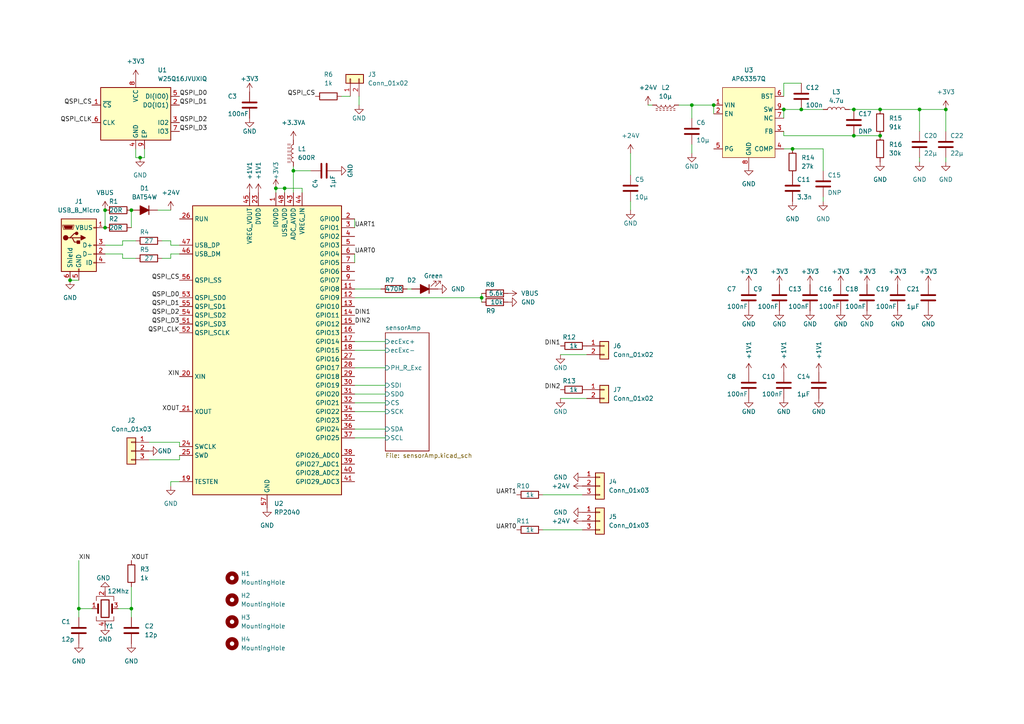
<source format=kicad_sch>
(kicad_sch (version 20211123) (generator eeschema)
  (paper "A4")
  (lib_symbols
    (symbol "Bergi:AP63357Q"
      (property "Reference" "U" (at -6.35 11.43 0))
      (property "Value" "AP63357Q" (at -2.54 8.89 0))
      (symbol "AP63357Q_0_1"
        (rectangle (start -7.62 7.62) (end 7.62 -12.7) (fill (type background)))
      )
      (symbol "AP63357Q_1_1"
        (pin unspecified line (at -10.16 2.54 0) (length 2.54) (name "VIN") (number "1"))
        (pin unspecified line (at -10.16 0 0) (length 2.54) (name "EN") (number "2"))
        (pin unspecified line (at 10.16 -5.08 180) (length 2.54) (name "FB") (number "3"))
        (pin unspecified line (at 10.16 -10.16 180) (length 2.54) (name "COMP") (number "4"))
        (pin unspecified line (at -10.16 -10.16 0) (length 2.54) (name "PG") (number "5"))
        (pin unspecified line (at 10.16 5.08 180) (length 2.54) (name "BST") (number "6"))
        (pin unspecified line (at 10.16 -1.27 180) (length 2.54) (name "NC") (number "7"))
        (pin unspecified line (at 0 -15.24 90) (length 2.54) (name "GND") (number "8"))
        (pin unspecified line (at 10.16 1.27 180) (length 2.54) (name "SW") (number "9"))
      )
    )
    (symbol "Bergi:W25Q16JVUXIQ"
      (property "Reference" "U" (at -8.89 8.89 0))
      (property "Value" "W25Q16JVUXIQ" (at 7.62 8.89 0))
      (symbol "W25Q16JVUXIQ_0_1"
        (rectangle (start -10.16 7.62) (end 10.16 -7.62) (stroke (width 0.254)) (fill (type background)))
      )
      (symbol "W25Q16JVUXIQ_1_1"
        (pin input line (at -12.7 2.54 0) (length 2.54) (name "~{CS}") (number "1"))
        (pin bidirectional line (at 12.7 2.54 180) (length 2.54) (name "DO(IO1)") (number "2"))
        (pin bidirectional line (at 12.7 -2.54 180) (length 2.54) (name "IO2") (number "3"))
        (pin power_in line (at 0 -10.16 90) (length 2.54) (name "GND") (number "4"))
        (pin bidirectional line (at 12.7 5.08 180) (length 2.54) (name "DI(IO0)") (number "5"))
        (pin input line (at -12.7 -2.54 0) (length 2.54) (name "CLK") (number "6"))
        (pin bidirectional line (at 12.7 -5.08 180) (length 2.54) (name "IO3") (number "7"))
        (pin power_in line (at 0 10.16 270) (length 2.54) (name "VCC") (number "8"))
        (pin passive line (at 2.54 -10.16 90) (length 2.54) (name "EP") (number "9"))
      )
    )
    (symbol "Connector:USB_B_Micro" (pin_names (offset 1.016))
      (property "Reference" "J" (at -5.08 11.43 0))
      (property "Value" "USB_B_Micro" (at -5.08 8.89 0))
      (symbol "USB_B_Micro_0_1"
        (rectangle (start -5.08 -7.62) (end 5.08 7.62) (stroke (width 0.254)) (fill (type background)))
        (circle (center -3.81 2.159) (radius 0.635) (stroke (width 0.254)) (fill (type outline)))
        (circle (center -0.635 3.429) (radius 0.381) (stroke (width 0.254)) (fill (type outline)))
        (rectangle (start -0.127 -7.62) (end 0.127 -6.858))
        (polyline (pts (xy -1.905 2.159) (xy 0.635 2.159)) (stroke (width 0.254)))
        (polyline (pts (xy -3.175 2.159) (xy -2.54 2.159) (xy -1.27 3.429) (xy -0.635 3.429)) (stroke (width 0.254)))
        (polyline (pts (xy -2.54 2.159) (xy -1.905 2.159) (xy -1.27 0.889) (xy 0 0.889)) (stroke (width 0.254)))
        (polyline (pts (xy 0.635 2.794) (xy 0.635 1.524) (xy 1.905 2.159) (xy 0.635 2.794)) (stroke (width 0.254)) (fill (type outline)))
        (polyline (pts (xy -4.318 5.588) (xy -1.778 5.588) (xy -2.032 4.826) (xy -4.064 4.826) (xy -4.318 5.588)) (fill (type outline)))
        (polyline (pts (xy -4.699 5.842) (xy -4.699 5.588) (xy -4.445 4.826) (xy -4.445 4.572) (xy -1.651 4.572) (xy -1.651 4.826) (xy -1.397 5.588) (xy -1.397 5.842) (xy -4.699 5.842)))
        (rectangle (start 0.254 1.27) (end -0.508 0.508) (stroke (width 0.254)) (fill (type outline)))
        (rectangle (start 5.08 -5.207) (end 4.318 -4.953))
        (rectangle (start 5.08 -2.667) (end 4.318 -2.413))
        (rectangle (start 5.08 -0.127) (end 4.318 0.127))
        (rectangle (start 5.08 4.953) (end 4.318 5.207))
      )
      (symbol "USB_B_Micro_1_1"
        (pin power_out line (at 7.62 5.08 180) (length 2.54) (name "VBUS") (number "1"))
        (pin bidirectional line (at 7.62 -2.54 180) (length 2.54) (name "D-") (number "2"))
        (pin bidirectional line (at 7.62 0 180) (length 2.54) (name "D+") (number "3"))
        (pin passive line (at 7.62 -5.08 180) (length 2.54) (name "ID") (number "4"))
        (pin power_out line (at 0 -10.16 90) (length 2.54) (name "GND") (number "5"))
        (pin passive line (at -2.54 -10.16 90) (length 2.54) (name "Shield") (number "6"))
      )
    )
    (symbol "Connector_Generic:Conn_01x02" (pin_names (offset 1.016) hide)
      (property "Reference" "J" (at 0 2.54 0))
      (property "Value" "Conn_01x02" (at 0 -5.08 0))
      (symbol "Conn_01x02_1_1"
        (rectangle (start -1.27 -2.413) (end 0 -2.667) (stroke (width 0.1524)))
        (rectangle (start -1.27 0.127) (end 0 -0.127) (stroke (width 0.1524)))
        (rectangle (start -1.27 1.27) (end 1.27 -3.81) (stroke (width 0.254)) (fill (type background)))
        (pin passive line (at -5.08 0 0) (length 3.81) (name "Pin_1") (number "1"))
        (pin passive line (at -5.08 -2.54 0) (length 3.81) (name "Pin_2") (number "2"))
      )
    )
    (symbol "Connector_Generic:Conn_01x03" (pin_names (offset 1.016) hide)
      (property "Reference" "J" (at 0 5.08 0))
      (property "Value" "Conn_01x03" (at 0 -5.08 0))
      (symbol "Conn_01x03_1_1"
        (rectangle (start -1.27 -2.413) (end 0 -2.667) (stroke (width 0.1524)))
        (rectangle (start -1.27 0.127) (end 0 -0.127) (stroke (width 0.1524)))
        (rectangle (start -1.27 2.667) (end 0 2.413) (stroke (width 0.1524)))
        (rectangle (start -1.27 3.81) (end 1.27 -3.81) (stroke (width 0.254)) (fill (type background)))
        (pin passive line (at -5.08 2.54 0) (length 3.81) (name "Pin_1") (number "1"))
        (pin passive line (at -5.08 0 0) (length 3.81) (name "Pin_2") (number "2"))
        (pin passive line (at -5.08 -2.54 0) (length 3.81) (name "Pin_3") (number "3"))
      )
    )
    (symbol "Device:C" (pin_numbers hide) (pin_names (offset 0.254))
      (property "Reference" "C" (at 0.635 2.54 0))
      (property "Value" "C" (at 0.635 -2.54 0))
      (symbol "C_0_1"
        (polyline (pts (xy -2.032 -0.762) (xy 2.032 -0.762)) (stroke (width 0.508)))
        (polyline (pts (xy -2.032 0.762) (xy 2.032 0.762)) (stroke (width 0.508)))
      )
      (symbol "C_1_1"
        (pin passive line (at 0 3.81 270) (length 2.794) (name "~") (number "1"))
        (pin passive line (at 0 -3.81 90) (length 2.794) (name "~") (number "2"))
      )
    )
    (symbol "Device:Crystal_GND24" (pin_names (offset 1.016) hide)
      (property "Reference" "Y" (at 3.175 5.08 0))
      (property "Value" "Crystal_GND24" (at 3.175 3.175 0))
      (symbol "Crystal_GND24_0_1"
        (rectangle (start -1.143 2.54) (end 1.143 -2.54) (stroke (width 0.3048)))
        (polyline (pts (xy -2.54 0) (xy -2.032 0)))
        (polyline (pts (xy -2.032 -1.27) (xy -2.032 1.27)) (stroke (width 0.508)))
        (polyline (pts (xy 0 -3.81) (xy 0 -3.556)))
        (polyline (pts (xy 0 3.556) (xy 0 3.81)))
        (polyline (pts (xy 2.032 -1.27) (xy 2.032 1.27)) (stroke (width 0.508)))
        (polyline (pts (xy 2.032 0) (xy 2.54 0)))
        (polyline (pts (xy -2.54 -2.286) (xy -2.54 -3.556) (xy 2.54 -3.556) (xy 2.54 -2.286)))
        (polyline (pts (xy -2.54 2.286) (xy -2.54 3.556) (xy 2.54 3.556) (xy 2.54 2.286)))
      )
      (symbol "Crystal_GND24_1_1"
        (pin passive line (at -3.81 0 0) (length 1.27) (name "1") (number "1"))
        (pin passive line (at 0 5.08 270) (length 1.27) (name "2") (number "2"))
        (pin passive line (at 3.81 0 180) (length 1.27) (name "3") (number "3"))
        (pin passive line (at 0 -5.08 90) (length 1.27) (name "4") (number "4"))
      )
    )
    (symbol "Device:D_Filled" (pin_numbers hide) (pin_names (offset 1.016) hide)
      (property "Reference" "D" (at 0 2.54 0))
      (property "Value" "D_Filled" (at 0 -2.54 0))
      (symbol "D_Filled_0_1"
        (polyline (pts (xy -1.27 1.27) (xy -1.27 -1.27)) (stroke (width 0.254)))
        (polyline (pts (xy 1.27 0) (xy -1.27 0)))
        (polyline (pts (xy 1.27 1.27) (xy 1.27 -1.27) (xy -1.27 0) (xy 1.27 1.27)) (stroke (width 0.254)) (fill (type outline)))
      )
      (symbol "D_Filled_1_1"
        (pin passive line (at -3.81 0 0) (length 2.54) (name "K") (number "1"))
        (pin passive line (at 3.81 0 180) (length 2.54) (name "A") (number "2"))
      )
    )
    (symbol "Device:L" (pin_numbers hide) (pin_names (offset 1.016) hide)
      (property "Reference" "L" (at -1.27 0 90))
      (property "Value" "L" (at 1.905 0 90))
      (symbol "L_0_1"
        (arc (start 0 -2.54) (mid 0.635 -1.905) (end 0 -1.27))
        (arc (start 0 -1.27) (mid 0.635 -0.635) (end 0 0))
        (arc (start 0 0) (mid 0.635 0.635) (end 0 1.27))
        (arc (start 0 1.27) (mid 0.635 1.905) (end 0 2.54))
      )
      (symbol "L_1_1"
        (pin passive line (at 0 3.81 270) (length 1.27) (name "1") (number "1"))
        (pin passive line (at 0 -3.81 90) (length 1.27) (name "2") (number "2"))
      )
    )
    (symbol "Device:LED_Filled" (pin_numbers hide) (pin_names (offset 1.016) hide)
      (property "Reference" "D" (at 0 2.54 0))
      (property "Value" "LED_Filled" (at 0 -2.54 0))
      (symbol "LED_Filled_0_1"
        (polyline (pts (xy -1.27 -1.27) (xy -1.27 1.27)) (stroke (width 0.254)))
        (polyline (pts (xy -1.27 0) (xy 1.27 0)))
        (polyline (pts (xy 1.27 -1.27) (xy 1.27 1.27) (xy -1.27 0) (xy 1.27 -1.27)) (stroke (width 0.254)) (fill (type outline)))
        (polyline (pts (xy -3.048 -0.762) (xy -4.572 -2.286) (xy -3.81 -2.286) (xy -4.572 -2.286) (xy -4.572 -1.524)))
        (polyline (pts (xy -1.778 -0.762) (xy -3.302 -2.286) (xy -2.54 -2.286) (xy -3.302 -2.286) (xy -3.302 -1.524)))
      )
      (symbol "LED_Filled_1_1"
        (pin passive line (at -3.81 0 0) (length 2.54) (name "K") (number "1"))
        (pin passive line (at 3.81 0 180) (length 2.54) (name "A") (number "2"))
      )
    )
    (symbol "Device:L_Ferrite" (pin_numbers hide) (pin_names (offset 1.016) hide)
      (property "Reference" "L" (at -1.27 0 90))
      (property "Value" "L_Ferrite" (at 2.794 0 90))
      (symbol "L_Ferrite_0_1"
        (arc (start 0 -2.54) (mid 0.635 -1.905) (end 0 -1.27))
        (arc (start 0 -1.27) (mid 0.635 -0.635) (end 0 0))
        (polyline (pts (xy 1.016 -2.794) (xy 1.016 -2.286)))
        (polyline (pts (xy 1.016 -1.778) (xy 1.016 -1.27)))
        (polyline (pts (xy 1.016 -0.762) (xy 1.016 -0.254)))
        (polyline (pts (xy 1.016 0.254) (xy 1.016 0.762)))
        (polyline (pts (xy 1.016 1.27) (xy 1.016 1.778)))
        (polyline (pts (xy 1.016 2.286) (xy 1.016 2.794)))
        (polyline (pts (xy 1.524 -2.286) (xy 1.524 -2.794)))
        (polyline (pts (xy 1.524 -1.27) (xy 1.524 -1.778)))
        (polyline (pts (xy 1.524 -0.254) (xy 1.524 -0.762)))
        (polyline (pts (xy 1.524 0.762) (xy 1.524 0.254)))
        (polyline (pts (xy 1.524 1.778) (xy 1.524 1.27)))
        (polyline (pts (xy 1.524 2.794) (xy 1.524 2.286)))
        (arc (start 0 0) (mid 0.635 0.635) (end 0 1.27))
        (arc (start 0 1.27) (mid 0.635 1.905) (end 0 2.54))
      )
      (symbol "L_Ferrite_1_1"
        (pin passive line (at 0 3.81 270) (length 1.27) (name "1") (number "1"))
        (pin passive line (at 0 -3.81 90) (length 1.27) (name "2") (number "2"))
      )
    )
    (symbol "Device:R" (pin_numbers hide) (pin_names (offset 0))
      (property "Reference" "R" (at 2.032 0 90))
      (property "Value" "R" (at 0 0 90))
      (symbol "R_0_1"
        (rectangle (start -1.016 -2.54) (end 1.016 2.54) (stroke (width 0.254)))
      )
      (symbol "R_1_1"
        (pin passive line (at 0 3.81 270) (length 1.27) (name "~") (number "1"))
        (pin passive line (at 0 -3.81 90) (length 1.27) (name "~") (number "2"))
      )
    )
    (symbol "MCU_RaspberryPi:RP2040"
      (property "Reference" "U" (at 17.78 45.72 0))
      (property "Value" "RP2040" (at 17.78 43.18 0))
      (symbol "RP2040_0_1"
        (rectangle (start -21.59 41.91) (end 21.59 -41.91) (stroke (width 0.254)) (fill (type background)))
      )
      (symbol "RP2040_1_1"
        (pin power_in line (at 2.54 45.72 270) (length 3.81) (name "IOVDD") (number "1"))
        (pin passive line (at 2.54 45.72 270) (length 3.81) hide (name "IOVDD") (number "10"))
        (pin bidirectional line (at 25.4 17.78 180) (length 3.81) (name "GPIO8") (number "11"))
        (pin bidirectional line (at 25.4 15.24 180) (length 3.81) (name "GPIO9") (number "12"))
        (pin bidirectional line (at 25.4 12.7 180) (length 3.81) (name "GPIO10") (number "13"))
        (pin bidirectional line (at 25.4 10.16 180) (length 3.81) (name "GPIO11") (number "14"))
        (pin bidirectional line (at 25.4 7.62 180) (length 3.81) (name "GPIO12") (number "15"))
        (pin bidirectional line (at 25.4 5.08 180) (length 3.81) (name "GPIO13") (number "16"))
        (pin bidirectional line (at 25.4 2.54 180) (length 3.81) (name "GPIO14") (number "17"))
        (pin bidirectional line (at 25.4 0 180) (length 3.81) (name "GPIO15") (number "18"))
        (pin input line (at -25.4 -38.1 0) (length 3.81) (name "TESTEN") (number "19"))
        (pin bidirectional line (at 25.4 38.1 180) (length 3.81) (name "GPIO0") (number "2"))
        (pin input line (at -25.4 -7.62 0) (length 3.81) (name "XIN") (number "20"))
        (pin passive line (at -25.4 -17.78 0) (length 3.81) (name "XOUT") (number "21"))
        (pin passive line (at 2.54 45.72 270) (length 3.81) hide (name "IOVDD") (number "22"))
        (pin power_in line (at -2.54 45.72 270) (length 3.81) (name "DVDD") (number "23"))
        (pin output line (at -25.4 -27.94 0) (length 3.81) (name "SWCLK") (number "24"))
        (pin bidirectional line (at -25.4 -30.48 0) (length 3.81) (name "SWD") (number "25"))
        (pin input line (at -25.4 38.1 0) (length 3.81) (name "RUN") (number "26"))
        (pin bidirectional line (at 25.4 -2.54 180) (length 3.81) (name "GPIO16") (number "27"))
        (pin bidirectional line (at 25.4 -5.08 180) (length 3.81) (name "GPIO17") (number "28"))
        (pin bidirectional line (at 25.4 -7.62 180) (length 3.81) (name "GPIO18") (number "29"))
        (pin bidirectional line (at 25.4 35.56 180) (length 3.81) (name "GPIO1") (number "3"))
        (pin bidirectional line (at 25.4 -10.16 180) (length 3.81) (name "GPIO19") (number "30"))
        (pin bidirectional line (at 25.4 -12.7 180) (length 3.81) (name "GPIO20") (number "31"))
        (pin bidirectional line (at 25.4 -15.24 180) (length 3.81) (name "GPIO21") (number "32"))
        (pin passive line (at 2.54 45.72 270) (length 3.81) hide (name "IOVDD") (number "33"))
        (pin bidirectional line (at 25.4 -17.78 180) (length 3.81) (name "GPIO22") (number "34"))
        (pin bidirectional line (at 25.4 -20.32 180) (length 3.81) (name "GPIO23") (number "35"))
        (pin bidirectional line (at 25.4 -22.86 180) (length 3.81) (name "GPIO24") (number "36"))
        (pin bidirectional line (at 25.4 -25.4 180) (length 3.81) (name "GPIO25") (number "37"))
        (pin bidirectional line (at 25.4 -30.48 180) (length 3.81) (name "GPIO26_ADC0") (number "38"))
        (pin bidirectional line (at 25.4 -33.02 180) (length 3.81) (name "GPIO27_ADC1") (number "39"))
        (pin bidirectional line (at 25.4 33.02 180) (length 3.81) (name "GPIO2") (number "4"))
        (pin bidirectional line (at 25.4 -35.56 180) (length 3.81) (name "GPIO28_ADC2") (number "40"))
        (pin bidirectional line (at 25.4 -38.1 180) (length 3.81) (name "GPIO29_ADC3") (number "41"))
        (pin passive line (at 2.54 45.72 270) (length 3.81) hide (name "IOVDD") (number "42"))
        (pin power_in line (at 7.62 45.72 270) (length 3.81) (name "ADC_AVDD") (number "43"))
        (pin power_in line (at 10.16 45.72 270) (length 3.81) (name "VREG_IN") (number "44"))
        (pin power_out line (at -5.08 45.72 270) (length 3.81) (name "VREG_VOUT") (number "45"))
        (pin bidirectional line (at -25.4 27.94 0) (length 3.81) (name "USB_DM") (number "46"))
        (pin bidirectional line (at -25.4 30.48 0) (length 3.81) (name "USB_DP") (number "47"))
        (pin power_in line (at 5.08 45.72 270) (length 3.81) (name "USB_VDD") (number "48"))
        (pin passive line (at 2.54 45.72 270) (length 3.81) hide (name "IOVDD") (number "49"))
        (pin bidirectional line (at 25.4 30.48 180) (length 3.81) (name "GPIO3") (number "5"))
        (pin passive line (at -2.54 45.72 270) (length 3.81) hide (name "DVDD") (number "50"))
        (pin bidirectional line (at -25.4 7.62 0) (length 3.81) (name "QSPI_SD3") (number "51"))
        (pin output line (at -25.4 5.08 0) (length 3.81) (name "QSPI_SCLK") (number "52"))
        (pin bidirectional line (at -25.4 15.24 0) (length 3.81) (name "QSPI_SD0") (number "53"))
        (pin bidirectional line (at -25.4 10.16 0) (length 3.81) (name "QSPI_SD2") (number "54"))
        (pin bidirectional line (at -25.4 12.7 0) (length 3.81) (name "QSPI_SD1") (number "55"))
        (pin bidirectional line (at -25.4 20.32 0) (length 3.81) (name "QSPI_SS") (number "56"))
        (pin power_in line (at 0 -45.72 90) (length 3.81) (name "GND") (number "57"))
        (pin bidirectional line (at 25.4 27.94 180) (length 3.81) (name "GPIO4") (number "6"))
        (pin bidirectional line (at 25.4 25.4 180) (length 3.81) (name "GPIO5") (number "7"))
        (pin bidirectional line (at 25.4 22.86 180) (length 3.81) (name "GPIO6") (number "8"))
        (pin bidirectional line (at 25.4 20.32 180) (length 3.81) (name "GPIO7") (number "9"))
      )
    )
    (symbol "Mechanical:MountingHole" (pin_names (offset 1.016))
      (property "Reference" "H" (at 0 5.08 0))
      (property "Value" "MountingHole" (at 0 3.175 0))
      (symbol "MountingHole_0_1"
        (circle (center 0 0) (radius 1.27) (stroke (width 1.27)))
      )
    )
    (symbol "power:+1V1" (power) (pin_names (offset 0))
      (property "Value" "+1V1" (at 0 3.556 0))
      (symbol "+1V1_0_1"
        (polyline (pts (xy -0.762 1.27) (xy 0 2.54)))
        (polyline (pts (xy 0 0) (xy 0 2.54)))
        (polyline (pts (xy 0 2.54) (xy 0.762 1.27)))
      )
      (symbol "+1V1_1_1"
        (pin power_in line (at 0 0 90) (length 0) hide (name "+1V1") (number "1"))
      )
    )
    (symbol "power:+24V" (power) (pin_names (offset 0))
      (property "Value" "+24V" (at 0 3.556 0))
      (symbol "+24V_0_1"
        (polyline (pts (xy -0.762 1.27) (xy 0 2.54)))
        (polyline (pts (xy 0 0) (xy 0 2.54)))
        (polyline (pts (xy 0 2.54) (xy 0.762 1.27)))
      )
      (symbol "+24V_1_1"
        (pin power_in line (at 0 0 90) (length 0) hide (name "+24V") (number "1"))
      )
    )
    (symbol "power:+3.3VA" (power) (pin_names (offset 0))
      (property "Value" "+3.3VA" (at 0 3.556 0))
      (symbol "+3.3VA_0_1"
        (polyline (pts (xy -0.762 1.27) (xy 0 2.54)))
        (polyline (pts (xy 0 0) (xy 0 2.54)))
        (polyline (pts (xy 0 2.54) (xy 0.762 1.27)))
      )
      (symbol "+3.3VA_1_1"
        (pin power_in line (at 0 0 90) (length 0) hide (name "+3.3VA") (number "1"))
      )
    )
    (symbol "power:+3V3" (power) (pin_names (offset 0))
      (property "Value" "+3V3" (at 0 3.556 0))
      (symbol "+3V3_0_1"
        (polyline (pts (xy -0.762 1.27) (xy 0 2.54)))
        (polyline (pts (xy 0 0) (xy 0 2.54)))
        (polyline (pts (xy 0 2.54) (xy 0.762 1.27)))
      )
      (symbol "+3V3_1_1"
        (pin power_in line (at 0 0 90) (length 0) hide (name "+3V3") (number "1"))
      )
    )
    (symbol "power:GND" (power) (pin_names (offset 0))
      (property "Value" "GND" (at 0 -3.81 0))
      (symbol "GND_0_1"
        (polyline (pts (xy 0 0) (xy 0 -1.27) (xy 1.27 -1.27) (xy 0 -2.54) (xy -1.27 -1.27) (xy 0 -1.27)))
      )
      (symbol "GND_1_1"
        (pin power_in line (at 0 0 270) (length 0) hide (name "GND") (number "1"))
      )
    )
    (symbol "power:VBUS" (power) (pin_names (offset 0))
      (property "Value" "VBUS" (at 0 3.81 0))
      (symbol "VBUS_0_1"
        (polyline (pts (xy -0.762 1.27) (xy 0 2.54)))
        (polyline (pts (xy 0 0) (xy 0 2.54)))
        (polyline (pts (xy 0 2.54) (xy 0.762 1.27)))
      )
      (symbol "VBUS_1_1"
        (pin power_in line (at 0 0 90) (length 0) hide (name "VBUS") (number "1"))
      )
    )
  )
  (junction (at 255.27 39.37))
  (junction (at 227.33 31.75))
  (junction (at 85.09 49.53))
  (junction (at 207.01 30.48))
  (junction (at 22.86 176.53))
  (junction (at 139.7 86.36))
  (junction (at 266.7 31.75))
  (junction (at 229.87 43.18))
  (junction (at 40.64 45.72))
  (junction (at 80.01 54.61))
  (junction (at 200.66 30.48))
  (junction (at 38.1 60.96))
  (junction (at 255.27 31.75))
  (junction (at 20.32 81.28))
  (junction (at 247.65 39.37))
  (junction (at 274.32 31.75))
  (junction (at 232.41 31.75))
  (junction (at 30.48 66.04))
  (junction (at 82.55 54.61))
  (junction (at 38.1 176.53))
  (junction (at 30.48 60.96))
  (junction (at 247.65 31.75))
  (wire (pts (xy 247.65 39.37) (xy 255.27 39.37)))
  (wire (pts (xy 238.76 43.18) (xy 229.87 43.18)))
  (wire (pts (xy 34.29 176.53) (xy 38.1 176.53)))
  (wire (pts (xy 238.76 58.42) (xy 238.76 57.15)))
  (wire (pts (xy 46.99 74.93) (xy 49.53 74.93)))
  (wire (pts (xy 102.87 114.3) (xy 111.76 114.3)))
  (wire (pts (xy 102.87 99.06) (xy 111.76 99.06)))
  (wire (pts (xy 35.56 69.85) (xy 35.56 71.12)))
  (wire (pts (xy 274.32 31.75) (xy 266.7 31.75)))
  (wire (pts (xy 157.48 153.67) (xy 168.91 153.67)))
  (wire (pts (xy 102.87 127) (xy 111.76 127)))
  (wire (pts (xy 49.53 140.97) (xy 49.53 139.7)))
  (wire (pts (xy 266.7 31.75) (xy 266.7 38.1)))
  (wire (pts (xy 38.1 60.96) (xy 38.1 66.04)))
  (wire (pts (xy 139.7 85.09) (xy 139.7 86.36)))
  (wire (pts (xy 82.55 54.61) (xy 82.55 55.88)))
  (wire (pts (xy 80.01 54.61) (xy 82.55 54.61)))
  (wire (pts (xy 102.87 86.36) (xy 139.7 86.36)))
  (wire (pts (xy 139.7 86.36) (xy 139.7 87.63)))
  (wire (pts (xy 85.09 49.53) (xy 90.17 49.53)))
  (wire (pts (xy 43.18 133.35) (xy 52.07 133.35)))
  (wire (pts (xy 102.87 111.76) (xy 111.76 111.76)))
  (wire (pts (xy 49.53 73.66) (xy 52.07 73.66)))
  (wire (pts (xy 200.66 44.45) (xy 200.66 41.91)))
  (wire (pts (xy 49.53 74.93) (xy 49.53 73.66)))
  (wire (pts (xy 232.41 31.75) (xy 238.76 31.75)))
  (wire (pts (xy 187.96 30.48) (xy 189.23 30.48)))
  (wire (pts (xy 35.56 74.93) (xy 39.37 74.93)))
  (wire (pts (xy 22.86 162.56) (xy 22.86 176.53)))
  (wire (pts (xy 102.87 116.84) (xy 111.76 116.84)))
  (wire (pts (xy 247.65 31.75) (xy 255.27 31.75)))
  (wire (pts (xy 227.33 27.94) (xy 227.33 24.13)))
  (wire (pts (xy 52.07 71.12) (xy 49.53 71.12)))
  (wire (pts (xy 200.66 34.29) (xy 200.66 30.48)))
  (wire (pts (xy 49.53 71.12) (xy 49.53 69.85)))
  (wire (pts (xy 41.91 45.72) (xy 41.91 43.18)))
  (wire (pts (xy 52.07 133.35) (xy 52.07 132.08)))
  (wire (pts (xy 102.87 83.82) (xy 110.49 83.82)))
  (wire (pts (xy 182.88 60.96) (xy 182.88 58.42)))
  (wire (pts (xy 35.56 73.66) (xy 35.56 74.93)))
  (wire (pts (xy 85.09 48.26) (xy 85.09 49.53)))
  (wire (pts (xy 82.55 54.61) (xy 87.63 54.61)))
  (wire (pts (xy 87.63 54.61) (xy 87.63 55.88)))
  (wire (pts (xy 80.01 54.61) (xy 80.01 55.88)))
  (wire (pts (xy 52.07 128.27) (xy 43.18 128.27)))
  (wire (pts (xy 227.33 38.1) (xy 227.33 39.37)))
  (wire (pts (xy 45.72 60.96) (xy 49.53 60.96)))
  (wire (pts (xy 20.32 81.28) (xy 22.86 81.28)))
  (wire (pts (xy 227.33 24.13) (xy 232.41 24.13)))
  (wire (pts (xy 40.64 45.72) (xy 41.91 45.72)))
  (wire (pts (xy 229.87 43.18) (xy 227.33 43.18)))
  (wire (pts (xy 39.37 45.72) (xy 40.64 45.72)))
  (wire (pts (xy 274.32 38.1) (xy 274.32 31.75)))
  (wire (pts (xy 104.14 27.94) (xy 104.14 30.48)))
  (wire (pts (xy 157.48 143.51) (xy 168.91 143.51)))
  (wire (pts (xy 102.87 73.66) (xy 102.87 76.2)))
  (wire (pts (xy 52.07 129.54) (xy 52.07 128.27)))
  (wire (pts (xy 30.48 66.04) (xy 30.48 60.96)))
  (wire (pts (xy 38.1 176.53) (xy 38.1 179.07)))
  (wire (pts (xy 49.53 69.85) (xy 46.99 69.85)))
  (wire (pts (xy 35.56 71.12) (xy 30.48 71.12)))
  (wire (pts (xy 227.33 31.75) (xy 232.41 31.75)))
  (wire (pts (xy 182.88 44.45) (xy 182.88 50.8)))
  (wire (pts (xy 85.09 49.53) (xy 85.09 55.88)))
  (wire (pts (xy 162.56 102.87) (xy 170.18 102.87)))
  (wire (pts (xy 102.87 124.46) (xy 111.76 124.46)))
  (wire (pts (xy 38.1 170.18) (xy 38.1 176.53)))
  (wire (pts (xy 102.87 106.68) (xy 111.76 106.68)))
  (wire (pts (xy 238.76 49.53) (xy 238.76 43.18)))
  (wire (pts (xy 227.33 34.29) (xy 227.33 31.75)))
  (wire (pts (xy 102.87 101.6) (xy 111.76 101.6)))
  (wire (pts (xy 30.48 73.66) (xy 35.56 73.66)))
  (wire (pts (xy 227.33 39.37) (xy 247.65 39.37)))
  (wire (pts (xy 207.01 30.48) (xy 207.01 33.02)))
  (wire (pts (xy 255.27 31.75) (xy 266.7 31.75)))
  (wire (pts (xy 200.66 30.48) (xy 207.01 30.48)))
  (wire (pts (xy 266.7 46.99) (xy 266.7 45.72)))
  (wire (pts (xy 118.11 83.82) (xy 119.38 83.82)))
  (wire (pts (xy 102.87 119.38) (xy 111.76 119.38)))
  (wire (pts (xy 246.38 31.75) (xy 247.65 31.75)))
  (wire (pts (xy 102.87 63.5) (xy 102.87 66.04)))
  (wire (pts (xy 22.86 179.07) (xy 22.86 176.53)))
  (wire (pts (xy 274.32 46.99) (xy 274.32 45.72)))
  (wire (pts (xy 196.85 30.48) (xy 200.66 30.48)))
  (wire (pts (xy 99.06 27.94) (xy 101.6 27.94)))
  (wire (pts (xy 22.86 176.53) (xy 26.67 176.53)))
  (wire (pts (xy 162.56 115.57) (xy 170.18 115.57)))
  (wire (pts (xy 39.37 69.85) (xy 35.56 69.85)))
  (wire (pts (xy 39.37 43.18) (xy 39.37 45.72)))
  (wire (pts (xy 49.53 139.7) (xy 52.07 139.7)))
  (label "XIN" (at 52.07 109.22 180))
  (label "QSPI_D2" (at 52.07 35.56 0))
  (label "UART0" (at 102.87 73.66 0))
  (label "QSPI_D3" (at 52.07 38.1 0))
  (label "DIN1" (at 162.56 100.33 180))
  (label "QSPI_CS" (at 91.44 27.94 180))
  (label "QSPI_D1" (at 52.07 88.9 180))
  (label "QSPI_CLK" (at 52.07 96.52 180))
  (label "QSPI_CLK" (at 26.67 35.56 180))
  (label "XOUT" (at 38.1 162.56 0))
  (label "QSPI_D1" (at 52.07 30.48 0))
  (label "DIN2" (at 162.56 113.03 180))
  (label "QSPI_CS" (at 52.07 81.28 180))
  (label "QSPI_D0" (at 52.07 86.36 180))
  (label "QSPI_CS" (at 26.67 30.48 180))
  (label "QSPI_D2" (at 52.07 91.44 180))
  (label "UART0" (at 149.86 153.67 180))
  (label "XOUT" (at 52.07 119.38 180))
  (label "QSPI_D3" (at 52.07 93.98 180))
  (label "UART1" (at 102.87 66.04 0))
  (label "DIN2" (at 102.87 93.98 0))
  (label "XIN" (at 22.86 162.56 0))
  (label "DIN1" (at 102.87 91.44 0))
  (label "QSPI_D0" (at 52.07 27.94 0))
  (label "UART1" (at 149.86 143.51 180))
  (symbol (lib_id "Bergi:W25Q16JVUXIQ") (at 39.37 33.02 0) (unit 1)
    (property "Reference" "U1" (at 45.72 20.32 0) (effects (justify left)))
    (property "Value" "W25Q16JVUXIQ" (at 45.72 22.86 0) (effects (justify left)))
    (property "Footprint" "Bergi:DFN-8-1EP_3x2mm_P0.5mm_EP0.3x1.6mm" (effects hide))
    (property "Datasheet" "http://www.winbond.com/resource-files/w25q32jv%20revg%2003272018%20plus.pdf" (effects hide))
  )
  (symbol (lib_id "Mechanical:MountingHole") (at 67.31 173.99 0) (unit 1)
    (property "Reference" "H2" (at 69.85 172.7199 0) (effects (justify left)))
    (property "Value" "MountingHole" (at 69.85 175.2599 0) (effects (justify left)))
    (property "Footprint" "MountingHole:MountingHole_3.2mm_M3_DIN965" (effects hide))
  )
  (symbol (lib_id "power:+1V1") (at 74.93 55.88 0) (unit 1)
    (property "Reference" "#PWR015" (effects hide))
    (property "Value" "+1V1" (at 74.93 49.53 90))
  )
  (symbol (lib_id "Device:C") (at 22.86 182.88 0) (unit 1)
    (property "Reference" "C1" (at 17.78 180.34 0) (effects (justify left)))
    (property "Value" "12p" (at 17.78 185.42 0) (effects (justify left)))
    (property "Footprint" "Capacitor_SMD:C_0603_1608Metric" (effects hide))
  )
  (symbol (lib_id "Device:Crystal_GND24") (at 30.48 176.53 0) (unit 1)
    (property "Reference" "Y1" (at 31.75 181.61 0))
    (property "Value" "12Mhz" (at 34.29 171.45 0))
    (property "Footprint" "Crystal:Crystal_SMD_2520-4Pin_2.5x2.0mm" (effects hide))
    (property "HTN" "ECS-120-12-36-AGN-TR3" (effects hide))
  )
  (symbol (lib_id "power:GND") (at 168.91 148.59 270) (unit 1)
    (property "Reference" "#PWR028" (effects hide))
    (property "Value" "GND" (at 162.56 148.59 90))
  )
  (symbol (lib_id "power:GND") (at 229.87 58.42 0) (unit 1)
    (property "Reference" "#PWR043" (effects hide))
    (property "Value" "GND" (at 229.87 63.5 0))
  )
  (symbol (lib_id "power:GND") (at 237.49 115.57 0) (unit 1)
    (property "Reference" "#PWR047" (effects hide))
    (property "Value" "GND" (at 237.49 119.38 0))
  )
  (symbol (lib_id "Connector_Generic:Conn_01x03") (at 38.1 130.81 0) (mirror y) (unit 1)
    (property "Reference" "J2" (at 38.1 121.92 0))
    (property "Value" "Conn_01x03" (at 38.1 124.46 0))
    (property "Footprint" "Connector_PinHeader_2.54mm:PinHeader_1x03_P2.54mm_Vertical" (effects hide))
  )
  (symbol (lib_id "power:GND") (at 217.17 115.57 0) (unit 1)
    (property "Reference" "#PWR038" (effects hide))
    (property "Value" "GND" (at 217.17 119.38 0))
  )
  (symbol (lib_id "power:GND") (at 168.91 138.43 270) (unit 1)
    (property "Reference" "#PWR026" (effects hide))
    (property "Value" "GND" (at 162.56 138.43 90))
  )
  (symbol (lib_id "power:+3V3") (at 234.95 82.55 0) (unit 1)
    (property "Reference" "#PWR044" (effects hide))
    (property "Value" "+3V3" (at 234.95 78.74 0))
  )
  (symbol (lib_id "power:+3V3") (at 243.84 82.55 0) (unit 1)
    (property "Reference" "#PWR049" (effects hide))
    (property "Value" "+3V3" (at 243.84 78.74 0))
  )
  (symbol (lib_id "power:+3.3VA") (at 85.09 40.64 0) (unit 1)
    (property "Reference" "#PWR018" (effects hide))
    (property "Value" "+3.3VA" (at 85.09 35.56 0))
  )
  (symbol (lib_id "Device:C") (at 200.66 38.1 180) (unit 1)
    (property "Reference" "C6" (at 201.93 35.56 0) (effects (justify right)))
    (property "Value" "10µ" (at 201.93 40.64 0) (effects (justify right)))
    (property "Footprint" "Capacitor_SMD:C_1210_3225Metric" (effects hide))
  )
  (symbol (lib_id "Device:LED_Filled") (at 123.19 83.82 180) (unit 1)
    (property "Reference" "D2" (at 119.38 81.28 0))
    (property "Value" "Green" (at 125.73 80.01 0))
    (property "Footprint" "LED_SMD:LED_0603_1608Metric" (effects hide))
  )
  (symbol (lib_id "power:GND") (at 255.27 46.99 0) (unit 1)
    (property "Reference" "#PWR053" (effects hide))
    (property "Value" "GND" (at 255.27 52.07 0))
  )
  (symbol (lib_id "power:GND") (at 162.56 115.57 0) (unit 1)
    (property "Reference" "#PWR025" (effects hide))
    (property "Value" "GND" (at 162.56 119.38 0))
  )
  (symbol (lib_id "Device:C") (at 72.39 30.48 0) (unit 1)
    (property "Reference" "C3" (at 66.04 27.94 0) (effects (justify left)))
    (property "Value" "100nF" (at 66.04 33.02 0) (effects (justify left)))
    (property "Footprint" "Capacitor_SMD:C_0603_1608Metric" (effects hide))
  )
  (symbol (lib_id "Device:R") (at 166.37 113.03 90) (unit 1)
    (property "Reference" "R13" (at 165.1 110.49 90))
    (property "Value" "1k" (at 166.37 113.03 90))
    (property "Footprint" "Resistor_SMD:R_0603_1608Metric" (effects hide))
  )
  (symbol (lib_id "Device:C") (at 237.49 111.76 0) (unit 1)
    (property "Reference" "C14" (at 231.14 109.22 0) (effects (justify left)))
    (property "Value" "1µF" (at 231.14 114.3 0) (effects (justify left)))
    (property "Footprint" "Capacitor_SMD:C_0603_1608Metric" (effects hide))
  )
  (symbol (lib_id "Device:C") (at 182.88 54.61 180) (unit 1)
    (property "Reference" "C5" (at 184.15 52.07 0) (effects (justify right)))
    (property "Value" "10µ" (at 184.15 57.15 0) (effects (justify right)))
    (property "Footprint" "Capacitor_SMD:C_1210_3225Metric" (effects hide))
  )
  (symbol (lib_id "power:GND") (at 72.39 34.29 0) (unit 1)
    (property "Reference" "#PWR013" (effects hide))
    (property "Value" "GND" (at 72.39 38.1 0))
  )
  (symbol (lib_id "Device:C") (at 247.65 35.56 180) (unit 1)
    (property "Reference" "C17" (at 248.92 33.02 0) (effects (justify right)))
    (property "Value" "DNP" (at 248.92 38.1 0) (effects (justify right)))
    (property "Footprint" "Capacitor_SMD:C_0603_1608Metric" (effects hide))
  )
  (symbol (lib_id "power:+24V") (at 49.53 60.96 0) (unit 1)
    (property "Reference" "#PWR010" (effects hide))
    (property "Value" "+24V" (at 49.53 55.88 0))
  )
  (symbol (lib_id "power:+3V3") (at 39.37 22.86 0) (unit 1)
    (property "Reference" "#PWR07" (effects hide))
    (property "Value" "+3V3" (at 39.37 17.78 0))
  )
  (symbol (lib_id "power:GND") (at 147.32 87.63 90) (unit 1)
    (property "Reference" "#PWR023" (effects hide))
    (property "Value" "GND" (at 151.13 87.6299 90) (effects (justify right)))
  )
  (symbol (lib_id "Device:R") (at 143.51 85.09 270) (unit 1)
    (property "Reference" "R8" (at 143.51 82.55 90) (effects (justify right)))
    (property "Value" "5.6k" (at 146.05 85.09 90) (effects (justify right)))
    (property "Footprint" "Resistor_SMD:R_0603_1608Metric" (effects hide))
  )
  (symbol (lib_id "power:VBUS") (at 30.48 60.96 0) (unit 1)
    (property "Reference" "#PWR03" (effects hide))
    (property "Value" "VBUS" (at 30.48 55.88 0))
  )
  (symbol (lib_id "Device:R") (at 38.1 166.37 0) (unit 1)
    (property "Reference" "R3" (at 40.64 165.0999 0) (effects (justify left)))
    (property "Value" "1k" (at 40.64 167.6399 0) (effects (justify left)))
    (property "Footprint" "Resistor_SMD:R_0603_1608Metric" (effects hide))
  )
  (symbol (lib_id "power:+3V3") (at 274.32 31.75 0) (unit 1)
    (property "Reference" "#PWR059" (effects hide))
    (property "Value" "+3V3" (at 274.32 26.67 0))
  )
  (symbol (lib_id "power:GND") (at 217.17 48.26 0) (unit 1)
    (property "Reference" "#PWR034" (effects hide))
    (property "Value" "GND" (at 217.17 53.34 0))
  )
  (symbol (lib_id "power:GND") (at 234.95 90.17 0) (unit 1)
    (property "Reference" "#PWR045" (effects hide))
    (property "Value" "GND" (at 234.95 93.98 0))
  )
  (symbol (lib_id "power:+24V") (at 168.91 151.13 90) (unit 1)
    (property "Reference" "#PWR029" (effects hide))
    (property "Value" "+24V" (at 160.02 151.13 90) (effects (justify right)))
  )
  (symbol (lib_id "power:+1V1") (at 217.17 107.95 0) (unit 1)
    (property "Reference" "#PWR037" (effects hide))
    (property "Value" "+1V1" (at 217.17 101.6 90))
  )
  (symbol (lib_id "Mechanical:MountingHole") (at 67.31 167.64 0) (unit 1)
    (property "Reference" "H1" (at 69.85 166.3699 0) (effects (justify left)))
    (property "Value" "MountingHole" (at 69.85 168.9099 0) (effects (justify left)))
    (property "Footprint" "MountingHole:MountingHole_3.2mm_M3_DIN965" (effects hide))
  )
  (symbol (lib_id "Device:C") (at 229.87 54.61 180) (unit 1)
    (property "Reference" "C11" (at 231.14 52.07 0) (effects (justify right)))
    (property "Value" "3.3n" (at 231.14 57.15 0) (effects (justify right)))
    (property "Footprint" "Capacitor_SMD:C_0603_1608Metric" (effects hide))
  )
  (symbol (lib_id "power:GND") (at 127 83.82 90) (unit 1)
    (property "Reference" "#PWR021" (effects hide))
    (property "Value" "GND" (at 130.81 83.8199 90) (effects (justify right)))
  )
  (symbol (lib_id "power:+24V") (at 168.91 140.97 90) (unit 1)
    (property "Reference" "#PWR027" (effects hide))
    (property "Value" "+24V" (at 160.02 140.97 90) (effects (justify right)))
  )
  (symbol (lib_id "Device:C") (at 38.1 182.88 0) (unit 1)
    (property "Reference" "C2" (at 41.91 181.6099 0) (effects (justify left)))
    (property "Value" "12p" (at 41.91 184.1499 0) (effects (justify left)))
    (property "Footprint" "Capacitor_SMD:C_0603_1608Metric" (effects hide))
  )
  (symbol (lib_id "Device:D_Filled") (at 41.91 60.96 180) (unit 1)
    (property "Reference" "D1" (at 41.91 54.61 0))
    (property "Value" "BAT54W" (at 41.91 57.15 0))
    (property "Footprint" "Diode_SMD:D_SOD-323" (effects hide))
  )
  (symbol (lib_id "Connector_Generic:Conn_01x02") (at 175.26 100.33 0) (unit 1)
    (property "Reference" "J6" (at 177.8 100.3299 0) (effects (justify left)))
    (property "Value" "Conn_01x02" (at 177.8 102.8699 0) (effects (justify left)))
    (property "Footprint" "Connector_PinSocket_2.54mm:PinSocket_1x02_P2.54mm_Vertical" (effects hide))
  )
  (symbol (lib_id "Bergi:AP63357Q") (at 217.17 33.02 0) (unit 1)
    (property "Reference" "U3" (at 217.17 20.32 0))
    (property "Value" "AP63357Q" (at 217.17 22.86 0))
    (property "Footprint" "Bergi:V-DFN3020-13" (effects hide))
  )
  (symbol (lib_id "Connector_Generic:Conn_01x02") (at 101.6 22.86 90) (unit 1)
    (property "Reference" "J3" (at 106.68 21.5899 90) (effects (justify right)))
    (property "Value" "Conn_01x02" (at 106.68 24.1299 90) (effects (justify right)))
    (property "Footprint" "Connector_PinSocket_2.54mm:PinSocket_1x02_P2.54mm_Vertical" (effects hide))
  )
  (symbol (lib_id "power:GND") (at 30.48 181.61 0) (unit 1)
    (property "Reference" "#PWR05" (effects hide))
    (property "Value" "GND" (at 30.48 185.42 0))
  )
  (symbol (lib_id "power:+1V1") (at 227.33 107.95 0) (unit 1)
    (property "Reference" "#PWR041" (effects hide))
    (property "Value" "+1V1" (at 227.33 101.6 90))
  )
  (symbol (lib_id "Device:C") (at 243.84 86.36 0) (unit 1)
    (property "Reference" "C16" (at 237.49 83.82 0) (effects (justify left)))
    (property "Value" "100nF" (at 237.49 88.9 0) (effects (justify left)))
    (property "Footprint" "Capacitor_SMD:C_0603_1608Metric" (effects hide))
  )
  (symbol (lib_id "power:+3V3") (at 260.35 82.55 0) (unit 1)
    (property "Reference" "#PWR054" (effects hide))
    (property "Value" "+3V3" (at 260.35 78.74 0))
  )
  (symbol (lib_id "power:+3V3") (at 80.01 54.61 0) (unit 1)
    (property "Reference" "#PWR017" (effects hide))
    (property "Value" "+3V3" (at 80.01 49.53 90))
  )
  (symbol (lib_id "power:GND") (at 227.33 115.57 0) (unit 1)
    (property "Reference" "#PWR042" (effects hide))
    (property "Value" "GND" (at 227.33 119.38 0))
  )
  (symbol (lib_id "Device:R") (at 43.18 69.85 90) (unit 1)
    (property "Reference" "R4" (at 41.91 67.31 90))
    (property "Value" "27" (at 43.18 69.85 90))
    (property "Footprint" "Resistor_SMD:R_0603_1608Metric" (effects hide))
  )
  (symbol (lib_id "power:+3V3") (at 269.24 82.55 0) (unit 1)
    (property "Reference" "#PWR057" (effects hide))
    (property "Value" "+3V3" (at 269.24 78.74 0))
  )
  (symbol (lib_id "power:GND") (at 269.24 90.17 0) (unit 1)
    (property "Reference" "#PWR058" (effects hide))
    (property "Value" "GND" (at 269.24 93.98 0))
  )
  (symbol (lib_id "power:+24V") (at 187.96 30.48 0) (unit 1)
    (property "Reference" "#PWR032" (effects hide))
    (property "Value" "+24V" (at 187.96 25.4 0))
  )
  (symbol (lib_id "power:GND") (at 77.47 147.32 0) (unit 1)
    (property "Reference" "#PWR016" (effects hide))
    (property "Value" "GND" (at 77.47 152.4 0))
  )
  (symbol (lib_id "Device:R") (at 255.27 35.56 0) (unit 1)
    (property "Reference" "R15" (at 257.81 34.2899 0) (effects (justify left)))
    (property "Value" "91k" (at 257.81 36.8299 0) (effects (justify left)))
    (property "Footprint" "Resistor_SMD:R_0603_1608Metric" (effects hide))
  )
  (symbol (lib_id "power:+1V1") (at 72.39 55.88 0) (unit 1)
    (property "Reference" "#PWR014" (effects hide))
    (property "Value" "+1V1" (at 72.39 49.53 90))
  )
  (symbol (lib_id "Connector_Generic:Conn_01x03") (at 173.99 140.97 0) (unit 1)
    (property "Reference" "J4" (at 176.53 139.6999 0) (effects (justify left)))
    (property "Value" "Conn_01x03" (at 176.53 142.2399 0) (effects (justify left)))
    (property "Footprint" "Connector_Molex:Molex_KK-254_AE-6410-03A_1x03_P2.54mm_Vertical" (effects hide))
  )
  (symbol (lib_id "power:GND") (at 243.84 90.17 0) (unit 1)
    (property "Reference" "#PWR050" (effects hide))
    (property "Value" "GND" (at 243.84 93.98 0))
  )
  (symbol (lib_id "Connector:USB_B_Micro") (at 22.86 71.12 0) (unit 1)
    (property "Reference" "J1" (at 22.86 58.42 0))
    (property "Value" "USB_B_Micro" (at 22.86 60.96 0))
    (property "Footprint" "Connector_USB:USB_Micro-B_GCT_USB3076-30-A" (effects hide))
    (property "HTN" "USB3076-30, USB3075-30" (effects hide))
  )
  (symbol (lib_id "Device:C") (at 266.7 41.91 180) (unit 1)
    (property "Reference" "C20" (at 267.97 39.37 0) (effects (justify right)))
    (property "Value" "22µ" (at 267.97 44.45 0) (effects (justify right)))
    (property "Footprint" "Capacitor_SMD:C_1206_3216Metric" (effects hide))
  )
  (symbol (lib_id "power:GND") (at 251.46 90.17 0) (unit 1)
    (property "Reference" "#PWR052" (effects hide))
    (property "Value" "GND" (at 251.46 93.98 0))
  )
  (symbol (lib_id "Device:R") (at 153.67 143.51 270) (unit 1)
    (property "Reference" "R10" (at 153.67 140.97 90) (effects (justify right)))
    (property "Value" "1k" (at 154.94 143.51 90) (effects (justify right)))
    (property "Footprint" "Resistor_SMD:R_0603_1608Metric" (effects hide))
  )
  (symbol (lib_id "Device:C") (at 227.33 111.76 0) (unit 1)
    (property "Reference" "C10" (at 220.98 109.22 0) (effects (justify left)))
    (property "Value" "100nF" (at 220.98 114.3 0) (effects (justify left)))
    (property "Footprint" "Capacitor_SMD:C_0603_1608Metric" (effects hide))
  )
  (symbol (lib_id "Device:R") (at 95.25 27.94 90) (unit 1)
    (property "Reference" "R6" (at 95.25 21.59 90))
    (property "Value" "1k" (at 95.25 24.13 90))
    (property "Footprint" "Resistor_SMD:R_0603_1608Metric" (effects hide))
  )
  (symbol (lib_id "power:+3V3") (at 217.17 82.55 0) (unit 1)
    (property "Reference" "#PWR035" (effects hide))
    (property "Value" "+3V3" (at 217.17 78.74 0))
  )
  (symbol (lib_id "power:GND") (at 200.66 44.45 0) (unit 1)
    (property "Reference" "#PWR033" (effects hide))
    (property "Value" "GND" (at 200.66 48.26 0))
  )
  (symbol (lib_id "power:+24V") (at 182.88 44.45 0) (unit 1)
    (property "Reference" "#PWR030" (effects hide))
    (property "Value" "+24V" (at 182.88 39.37 0))
  )
  (symbol (lib_id "MCU_RaspberryPi:RP2040") (at 77.47 101.6 0) (unit 1)
    (property "Reference" "U2" (at 79.4894 146.05 0) (effects (justify left)))
    (property "Value" "RP2040" (at 79.4894 148.59 0) (effects (justify left)))
    (property "Footprint" "Package_DFN_QFN:QFN-56-1EP_7x7mm_P0.4mm_EP3.2x3.2mm" (effects hide))
    (property "Datasheet" "https://datasheets.raspberrypi.com/rp2040/rp2040-datasheet.pdf" (effects hide))
  )
  (symbol (lib_id "power:GND") (at 226.06 90.17 0) (unit 1)
    (property "Reference" "#PWR040" (effects hide))
    (property "Value" "GND" (at 226.06 93.98 0))
  )
  (symbol (lib_id "power:GND") (at 43.18 130.81 90) (unit 1)
    (property "Reference" "#PWR09" (effects hide))
    (property "Value" "GND" (at 45.72 130.81 90) (effects (justify right)))
  )
  (symbol (lib_id "power:GND") (at 38.1 186.69 0) (unit 1)
    (property "Reference" "#PWR06" (effects hide))
    (property "Value" "GND" (at 38.1 191.77 0))
  )
  (symbol (lib_id "Device:C") (at 238.76 53.34 180) (unit 1)
    (property "Reference" "C15" (at 240.03 50.8 0) (effects (justify right)))
    (property "Value" "DNP" (at 240.03 55.88 0) (effects (justify right)))
    (property "Footprint" "Capacitor_SMD:C_0603_1608Metric" (effects hide))
  )
  (symbol (lib_id "Device:R") (at 43.18 74.93 90) (unit 1)
    (property "Reference" "R5" (at 41.91 72.39 90))
    (property "Value" "27" (at 43.18 74.93 90))
    (property "Footprint" "Resistor_SMD:R_0603_1608Metric" (effects hide))
  )
  (symbol (lib_id "power:GND") (at 274.32 46.99 0) (unit 1)
    (property "Reference" "#PWR060" (effects hide))
    (property "Value" "GND" (at 274.32 52.07 0))
  )
  (symbol (lib_id "power:GND") (at 266.7 46.99 0) (unit 1)
    (property "Reference" "#PWR056" (effects hide))
    (property "Value" "GND" (at 266.7 52.07 0))
  )
  (symbol (lib_id "power:GND") (at 20.32 81.28 0) (unit 1)
    (property "Reference" "#PWR01" (effects hide))
    (property "Value" "GND" (at 20.32 86.36 0))
  )
  (symbol (lib_id "Device:C") (at 232.41 27.94 180) (unit 1)
    (property "Reference" "C12" (at 233.68 25.4 0) (effects (justify right)))
    (property "Value" "100n" (at 233.68 30.48 0) (effects (justify right)))
    (property "Footprint" "Capacitor_SMD:C_0603_1608Metric" (effects hide))
  )
  (symbol (lib_id "power:+3V3") (at 226.06 82.55 0) (unit 1)
    (property "Reference" "#PWR039" (effects hide))
    (property "Value" "+3V3" (at 226.06 78.74 0))
  )
  (symbol (lib_id "power:GND") (at 217.17 90.17 0) (unit 1)
    (property "Reference" "#PWR036" (effects hide))
    (property "Value" "GND" (at 217.17 93.98 0))
  )
  (symbol (lib_id "Device:R") (at 34.29 60.96 270) (unit 1)
    (property "Reference" "R1" (at 34.29 58.42 90) (effects (justify right)))
    (property "Value" "20R" (at 35.56 60.96 90) (effects (justify right)))
    (property "Footprint" "Resistor_SMD:R_0603_1608Metric" (effects hide))
  )
  (symbol (lib_id "power:GND") (at 30.48 171.45 180) (unit 1)
    (property "Reference" "#PWR04" (effects hide))
    (property "Value" "GND" (at 27.94 167.64 0) (effects (justify right)))
  )
  (symbol (lib_id "Mechanical:MountingHole") (at 67.31 180.34 0) (unit 1)
    (property "Reference" "H3" (at 69.85 179.0699 0) (effects (justify left)))
    (property "Value" "MountingHole" (at 69.85 181.6099 0) (effects (justify left)))
    (property "Footprint" "MountingHole:MountingHole_3.2mm_M3_DIN965" (effects hide))
  )
  (symbol (lib_id "power:GND") (at 182.88 60.96 0) (unit 1)
    (property "Reference" "#PWR031" (effects hide))
    (property "Value" "GND" (at 182.88 64.77 0))
  )
  (symbol (lib_id "Connector_Generic:Conn_01x02") (at 175.26 113.03 0) (unit 1)
    (property "Reference" "J7" (at 177.8 113.0299 0) (effects (justify left)))
    (property "Value" "Conn_01x02" (at 177.8 115.5699 0) (effects (justify left)))
    (property "Footprint" "Connector_PinSocket_2.54mm:PinSocket_1x02_P2.54mm_Vertical" (effects hide))
  )
  (symbol (lib_id "Mechanical:MountingHole") (at 67.31 186.69 0) (unit 1)
    (property "Reference" "H4" (at 69.85 185.4199 0) (effects (justify left)))
    (property "Value" "MountingHole" (at 69.85 187.9599 0) (effects (justify left)))
    (property "Footprint" "MountingHole:MountingHole_3.2mm_M3_DIN965" (effects hide))
  )
  (symbol (lib_id "Device:L_Ferrite") (at 85.09 44.45 180) (unit 1)
    (property "Reference" "L1" (at 86.36 43.1799 0) (effects (justify right)))
    (property "Value" "600R" (at 86.36 45.7199 0) (effects (justify right)))
    (property "Footprint" "Inductor_SMD:L_0603_1608Metric" (effects hide))
  )
  (symbol (lib_id "power:GND") (at 260.35 90.17 0) (unit 1)
    (property "Reference" "#PWR055" (effects hide))
    (property "Value" "GND" (at 260.35 93.98 0))
  )
  (symbol (lib_id "Device:R") (at 114.3 83.82 90) (unit 1)
    (property "Reference" "R7" (at 113.03 81.28 90))
    (property "Value" "470R" (at 114.3 83.82 90))
    (property "Footprint" "Resistor_SMD:R_0603_1608Metric" (effects hide))
  )
  (symbol (lib_id "power:GND") (at 238.76 58.42 0) (unit 1)
    (property "Reference" "#PWR048" (effects hide))
    (property "Value" "GND" (at 238.76 63.5 0))
  )
  (symbol (lib_id "Device:L") (at 242.57 31.75 90) (unit 1)
    (property "Reference" "L3" (at 242.57 26.67 90))
    (property "Value" "4.7u" (at 242.57 29.21 90))
    (property "Footprint" "Inductor_SMD:L_1008_2520Metric" (effects hide))
  )
  (symbol (lib_id "Device:C") (at 260.35 86.36 0) (unit 1)
    (property "Reference" "C19" (at 254 83.82 0) (effects (justify left)))
    (property "Value" "100nF" (at 254 88.9 0) (effects (justify left)))
    (property "Footprint" "Capacitor_SMD:C_0603_1608Metric" (effects hide))
  )
  (symbol (lib_id "power:GND") (at 97.79 49.53 90) (unit 1)
    (property "Reference" "#PWR019" (effects hide))
    (property "Value" "GND" (at 101.6 49.53 0))
  )
  (symbol (lib_id "Device:C") (at 217.17 86.36 0) (unit 1)
    (property "Reference" "C7" (at 210.82 83.82 0) (effects (justify left)))
    (property "Value" "100nF" (at 210.82 88.9 0) (effects (justify left)))
    (property "Footprint" "Capacitor_SMD:C_0603_1608Metric" (effects hide))
  )
  (symbol (lib_id "Device:C") (at 93.98 49.53 90) (unit 1)
    (property "Reference" "C4" (at 91.44 54.61 0) (effects (justify left)))
    (property "Value" "1µF" (at 96.52 54.61 0) (effects (justify left)))
    (property "Footprint" "Capacitor_SMD:C_0603_1608Metric" (effects hide))
  )
  (symbol (lib_id "Device:C") (at 217.17 111.76 0) (unit 1)
    (property "Reference" "C8" (at 210.82 109.22 0) (effects (justify left)))
    (property "Value" "100nF" (at 210.82 114.3 0) (effects (justify left)))
    (property "Footprint" "Capacitor_SMD:C_0603_1608Metric" (effects hide))
  )
  (symbol (lib_id "power:GND") (at 49.53 140.97 0) (unit 1)
    (property "Reference" "#PWR011" (effects hide))
    (property "Value" "GND" (at 49.53 146.05 0))
  )
  (symbol (lib_id "Device:C") (at 274.32 41.91 180) (unit 1)
    (property "Reference" "C22" (at 275.59 39.37 0) (effects (justify right)))
    (property "Value" "22µ" (at 275.59 44.45 0) (effects (justify right)))
    (property "Footprint" "Capacitor_SMD:C_1206_3216Metric" (effects hide))
  )
  (symbol (lib_id "power:+3V3") (at 251.46 82.55 0) (unit 1)
    (property "Reference" "#PWR051" (effects hide))
    (property "Value" "+3V3" (at 251.46 78.74 0))
  )
  (symbol (lib_id "power:GND") (at 162.56 102.87 0) (unit 1)
    (property "Reference" "#PWR024" (effects hide))
    (property "Value" "GND" (at 162.56 106.68 0))
  )
  (symbol (lib_id "Device:R") (at 166.37 100.33 90) (unit 1)
    (property "Reference" "R12" (at 165.1 97.79 90))
    (property "Value" "1k" (at 166.37 100.33 90))
    (property "Footprint" "Resistor_SMD:R_0603_1608Metric" (effects hide))
  )
  (symbol (lib_id "Device:L_Ferrite") (at 193.04 30.48 270) (unit 1)
    (property "Reference" "L2" (at 193.04 25.4 90))
    (property "Value" "10µ" (at 193.04 27.94 90))
    (property "Footprint" "Inductor_SMD:L_0805_2012Metric" (effects hide))
  )
  (symbol (lib_id "power:VBUS") (at 147.32 85.09 270) (unit 1)
    (property "Reference" "#PWR022" (effects hide))
    (property "Value" "VBUS" (at 151.13 85.0899 90) (effects (justify left)))
  )
  (symbol (lib_id "power:GND") (at 40.64 45.72 0) (unit 1)
    (property "Reference" "#PWR08" (effects hide))
    (property "Value" "GND" (at 40.64 50.8 0))
  )
  (symbol (lib_id "Device:R") (at 143.51 87.63 90) (unit 1)
    (property "Reference" "R9" (at 140.97 90.17 90) (effects (justify right)))
    (property "Value" "10k" (at 142.24 87.63 90) (effects (justify right)))
    (property "Footprint" "Resistor_SMD:R_0603_1608Metric" (effects hide))
  )
  (symbol (lib_id "Device:R") (at 34.29 66.04 270) (unit 1)
    (property "Reference" "R2" (at 34.29 63.5 90) (effects (justify right)))
    (property "Value" "20R" (at 35.56 66.04 90) (effects (justify right)))
    (property "Footprint" "Resistor_SMD:R_0603_1608Metric" (effects hide))
  )
  (symbol (lib_id "power:+3V3") (at 72.39 26.67 0) (unit 1)
    (property "Reference" "#PWR012" (effects hide))
    (property "Value" "+3V3" (at 72.39 22.86 0))
  )
  (symbol (lib_id "Device:C") (at 251.46 86.36 0) (unit 1)
    (property "Reference" "C18" (at 245.11 83.82 0) (effects (justify left)))
    (property "Value" "100nF" (at 245.11 88.9 0) (effects (justify left)))
    (property "Footprint" "Capacitor_SMD:C_0603_1608Metric" (effects hide))
  )
  (symbol (lib_id "power:GND") (at 104.14 30.48 0) (unit 1)
    (property "Reference" "#PWR020" (effects hide))
    (property "Value" "GND" (at 104.14 34.29 0))
  )
  (symbol (lib_id "power:+1V1") (at 237.49 107.95 0) (unit 1)
    (property "Reference" "#PWR046" (effects hide))
    (property "Value" "+1V1" (at 237.49 101.6 90))
  )
  (symbol (lib_id "Device:C") (at 269.24 86.36 0) (unit 1)
    (property "Reference" "C21" (at 262.89 83.82 0) (effects (justify left)))
    (property "Value" "1µF" (at 262.89 88.9 0) (effects (justify left)))
    (property "Footprint" "Capacitor_SMD:C_0603_1608Metric" (effects hide))
  )
  (symbol (lib_id "Device:C") (at 234.95 86.36 0) (unit 1)
    (property "Reference" "C13" (at 228.6 83.82 0) (effects (justify left)))
    (property "Value" "100nF" (at 228.6 88.9 0) (effects (justify left)))
    (property "Footprint" "Capacitor_SMD:C_0603_1608Metric" (effects hide))
  )
  (symbol (lib_id "Device:R") (at 153.67 153.67 270) (unit 1)
    (property "Reference" "R11" (at 153.67 151.13 90) (effects (justify right)))
    (property "Value" "1k" (at 154.94 153.67 90) (effects (justify right)))
    (property "Footprint" "Resistor_SMD:R_0603_1608Metric" (effects hide))
  )
  (symbol (lib_id "Device:R") (at 255.27 43.18 0) (unit 1)
    (property "Reference" "R16" (at 257.81 41.9099 0) (effects (justify left)))
    (property "Value" "30k" (at 257.81 44.4499 0) (effects (justify left)))
    (property "Footprint" "Resistor_SMD:R_0603_1608Metric" (effects hide))
  )
  (symbol (lib_id "Connector_Generic:Conn_01x03") (at 173.99 151.13 0) (unit 1)
    (property "Reference" "J5" (at 176.53 149.8599 0) (effects (justify left)))
    (property "Value" "Conn_01x03" (at 176.53 152.3999 0) (effects (justify left)))
    (property "Footprint" "Connector_Molex:Molex_KK-254_AE-6410-03A_1x03_P2.54mm_Vertical" (effects hide))
  )
  (symbol (lib_id "Device:C") (at 226.06 86.36 0) (unit 1)
    (property "Reference" "C9" (at 218.44 83.82 0) (effects (justify left)))
    (property "Value" "100nF" (at 219.71 88.9 0) (effects (justify left)))
    (property "Footprint" "Capacitor_SMD:C_0603_1608Metric" (effects hide))
  )
  (symbol (lib_id "power:GND") (at 22.86 186.69 0) (unit 1)
    (property "Reference" "#PWR02" (effects hide))
    (property "Value" "GND" (at 22.86 191.77 0))
  )
  (symbol (lib_id "Device:R") (at 229.87 46.99 0) (unit 1)
    (property "Reference" "R14" (at 232.41 45.7199 0) (effects (justify left)))
    (property "Value" "27k" (at 232.41 48.2599 0) (effects (justify left)))
    (property "Footprint" "Resistor_SMD:R_0603_1608Metric" (effects hide))
  )
  (sheet (at 111.76 96.52) (size 12.7 34.29) (stroke (width 0.1524))
    (property "Sheet name" "sensorAmp" (at 111.76 95.8084 0) (effects (justify left bottom)))
    (property "Sheet file" "sensorAmp.kicad_sch" (at 111.76 131.3946 0) (effects (justify left top)))
    (pin "ecExc+" input (at 111.76 99.06 180))
    (pin "SDO" input (at 111.76 114.3 180))
    (pin "SDI" input (at 111.76 111.76 180))
    (pin "SCK" input (at 111.76 119.38 180))
    (pin "CS" input (at 111.76 116.84 180))
    (pin "SCL" input (at 111.76 127 180))
    (pin "SDA" input (at 111.76 124.46 180))
    (pin "PH_R_Exc" input (at 111.76 106.68 180))
    (pin "ecExc-" input (at 111.76 101.6 180))
  )
)
</source>
